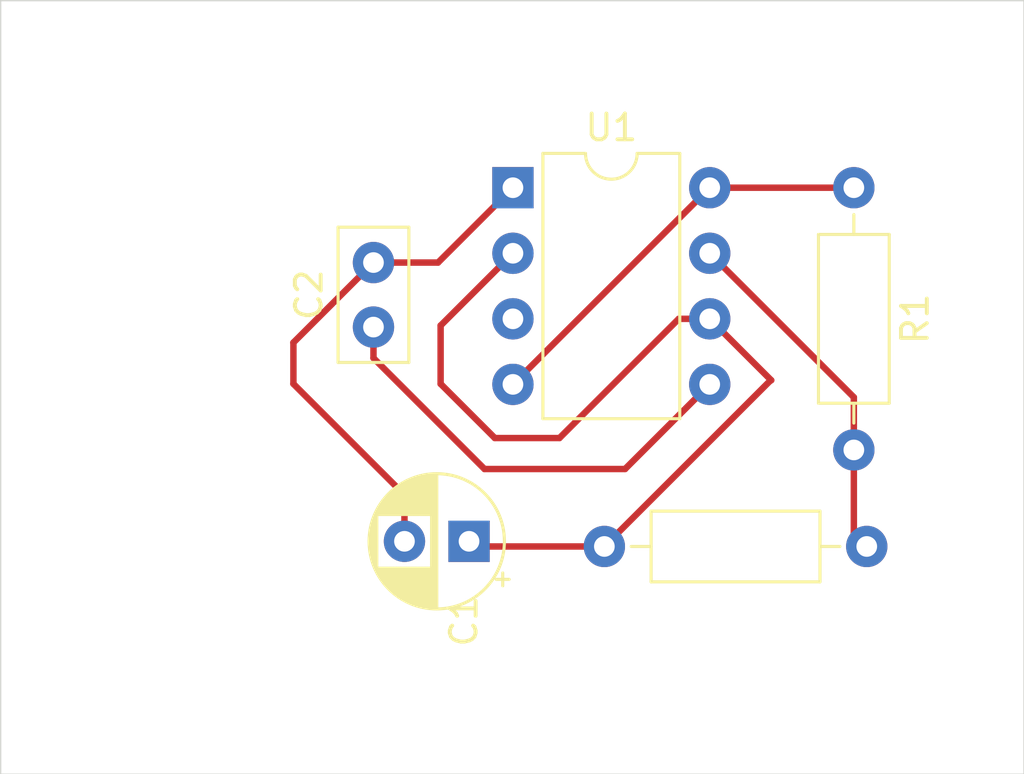
<source format=kicad_pcb>
(kicad_pcb (version 20211014) (generator pcbnew)
  (layers (0 "F.Cu" signal) (31 "B.Cu" signal) (34 "B.Paste" user) (35 "F.Paste" user) (36 "B.SilkS" user "B.Silkscreen") (37 "F.SilkS" user "F.Silkscreen") (38 "B.Mask" user) (39 "F.Mask" user) (44 "Edge.Cuts" user))
  (net 0 "")
  (net 1 "GND")
  (net 2 "Net-(C1-Pad1)")
  (net 3 "VCC")
  (net 4 "Net-(R1-Pad2)")
  (net 5 "Net-(C2-Pad1)")
  (net 6 "Net-(J1-Pad3)")
  (footprint "Package_DIP:DIP-8_W7.62mm" (layer "F.Cu") (at 201.7 105.8)
    (fp_text reference "U1" (at 3.81 -2.33) (layer "F.SilkS"))
    (fp_text value "LM555xN")
    (fp_line (start 6.46 8.95) (end 6.46 -1.33) (layer "F.SilkS") (width 0.12))
    (fp_line (start 2.81 -1.33) (end 1.16 -1.33) (layer "F.SilkS") (width 0.12))
    (fp_line (start 1.16 -1.33) (end 1.16 8.95) (layer "F.SilkS") (width 0.12))
    (fp_line (start 6.46 -1.33) (end 4.81 -1.33) (layer "F.SilkS") (width 0.12))
    (fp_line (start 1.16 8.95) (end 6.46 8.95) (layer "F.SilkS") (width 0.12))
    (fp_arc (start 4.81 -1.33) (mid 3.81 -0.33) (end 2.81 -1.33) (layer "F.SilkS") (width 0.12))
    (pad "1" thru_hole rect locked (at 0 0) (size 1.6 1.6) (drill 0.8) (layers *.Cu *.Mask) (net 1 "GND"))
    (pad "2" thru_hole oval locked (at 0 2.54) (size 1.6 1.6) (drill 0.8) (layers *.Cu *.Mask) (net 2 "Net-(C1-Pad1)"))
    (pad "3" thru_hole oval locked (at 0 5.08) (size 1.6 1.6) (drill 0.8) (layers *.Cu *.Mask) (net 6 "Net-(J1-Pad3)"))
    (pad "4" thru_hole oval locked (at 0 7.62) (size 1.6 1.6) (drill 0.8) (layers *.Cu *.Mask) (net 3 "VCC"))
    (pad "5" thru_hole oval locked (at 7.62 7.62) (size 1.6 1.6) (drill 0.8) (layers *.Cu *.Mask) (net 5 "Net-(C2-Pad1)"))
    (pad "6" thru_hole oval locked (at 7.62 5.08) (size 1.6 1.6) (drill 0.8) (layers *.Cu *.Mask) (net 2 "Net-(C1-Pad1)"))
    (pad "7" thru_hole oval locked (at 7.62 2.54) (size 1.6 1.6) (drill 0.8) (layers *.Cu *.Mask) (net 4 "Net-(R1-Pad2)"))
    (pad "8" thru_hole oval locked (at 7.62 0) (size 1.6 1.6) (drill 0.8) (layers *.Cu *.Mask) (net 3 "VCC"))
  )
  (footprint "Resistor_THT:R_Axial_DIN0207_L6.3mm_D2.5mm_P10.16mm_Horizontal" (layer "F.Cu") (at 215.4 119.7 180)
    (fp_text reference "R2" hide)
    (fp_text value "R" hide)
    (fp_line (start 8.35 1.37) (end 8.35 -1.37) (layer "F.SilkS") (width 0.12))
    (fp_line (start 1.81 -1.37) (end 1.81 1.37) (layer "F.SilkS") (width 0.12))
    (fp_line (start 8.35 -1.37) (end 1.81 -1.37) (layer "F.SilkS") (width 0.12))
    (fp_line (start 1.81 1.37) (end 8.35 1.37) (layer "F.SilkS") (width 0.12))
    (fp_line (start 1.04 0) (end 1.81 0) (layer "F.SilkS") (width 0.12))
    (fp_line (start 9.12 0) (end 8.35 0) (layer "F.SilkS") (width 0.12))
    (pad "1" thru_hole circle locked (at 0 0 180) (size 1.6 1.6) (drill 0.8) (layers *.Cu *.Mask) (net 4 "Net-(R1-Pad2)"))
    (pad "2" thru_hole oval locked (at 10.16 0 180) (size 1.6 1.6) (drill 0.8) (layers *.Cu *.Mask) (net 2 "Net-(C1-Pad1)"))
  )
  (footprint "Resistor_THT:R_Axial_DIN0207_L6.3mm_D2.5mm_P10.16mm_Horizontal" (layer "F.Cu") (at 214.9 105.8 -90)
    (fp_text reference "R1" (at 5.08 -2.37 90) (layer "F.SilkS"))
    (fp_text value "R")
    (fp_line (start 9.12 0) (end 8.35 0) (layer "F.SilkS") (width 0.12))
    (fp_line (start 8.35 -1.37) (end 1.81 -1.37) (layer "F.SilkS") (width 0.12))
    (fp_line (start 1.04 0) (end 1.81 0) (layer "F.SilkS") (width 0.12))
    (fp_line (start 8.35 1.37) (end 8.35 -1.37) (layer "F.SilkS") (width 0.12))
    (fp_line (start 1.81 -1.37) (end 1.81 1.37) (layer "F.SilkS") (width 0.12))
    (fp_line (start 1.81 1.37) (end 8.35 1.37) (layer "F.SilkS") (width 0.12))
    (pad "1" thru_hole circle locked (at 0 0 270) (size 1.6 1.6) (drill 0.8) (layers *.Cu *.Mask) (net 3 "VCC"))
    (pad "2" thru_hole oval locked (at 10.16 0 270) (size 1.6 1.6) (drill 0.8) (layers *.Cu *.Mask) (net 4 "Net-(R1-Pad2)"))
  )
  (footprint "Capacitor_THT:C_Disc_D5.0mm_W2.5mm_P2.50mm" (layer "F.Cu") (at 196.3 111.2 90)
    (fp_text reference "C2" (at 1.25 -2.5 90) (layer "F.SilkS"))
    (fp_text value "C")
    (fp_line (start -1.37 -1.37) (end -1.37 1.37) (layer "F.SilkS") (width 0.12))
    (fp_line (start -1.37 1.37) (end 3.87 1.37) (layer "F.SilkS") (width 0.12))
    (fp_line (start -1.37 -1.37) (end 3.87 -1.37) (layer "F.SilkS") (width 0.12))
    (fp_line (start 3.87 -1.37) (end 3.87 1.37) (layer "F.SilkS") (width 0.12))
    (pad "1" thru_hole circle locked (at 0 0 90) (size 1.6 1.6) (drill 0.8) (layers *.Cu *.Mask) (net 5 "Net-(C2-Pad1)"))
    (pad "2" thru_hole circle locked (at 2.5 0 90) (size 1.6 1.6) (drill 0.8) (layers *.Cu *.Mask) (net 1 "GND"))
  )
  (footprint "Capacitor_THT:CP_Radial_D5.0mm_P2.50mm" (layer "F.Cu") (at 200 119.5 180)
    (fp_text reference "C1" (at 0.2 -3.1 270) (layer "F.SilkS"))
    (fp_text value "C")
    (fp_line (start 3.331 -1.554) (end 3.331 -1.04) (layer "F.SilkS") (width 0.12))
    (fp_line (start 1.53 -2.565) (end 1.53 -1.04) (layer "F.SilkS") (width 0.12))
    (fp_line (start 3.171 -1.743) (end 3.171 -1.04) (layer "F.SilkS") (width 0.12))
    (fp_line (start 1.57 1.04) (end 1.57 2.561) (layer "F.SilkS") (width 0.12))
    (fp_line (start 3.251 1.04) (end 3.251 1.653) (layer "F.SilkS") (width 0.12))
    (fp_line (start -1.554775 -1.475) (end -1.054775 -1.475) (layer "F.SilkS") (width 0.12))
    (fp_line (start 1.73 1.04) (end 1.73 2.536) (layer "F.SilkS") (width 0.12))
    (fp_line (start 1.61 1.04) (end 1.61 2.556) (layer "F.SilkS") (width 0.12))
    (fp_line (start 2.491 1.04) (end 2.491 2.268) (layer "F.SilkS") (width 0.12))
    (fp_line (start 3.571 -1.178) (end 3.571 1.178) (layer "F.SilkS") (width 0.12))
    (fp_line (start 1.85 1.04) (end 1.85 2.511) (layer "F.SilkS") (width 0.12))
    (fp_line (start 3.691 -0.915) (end 3.691 0.915) (layer "F.SilkS") (width 0.12))
    (fp_line (start 2.971 1.04) (end 2.971 1.937) (layer "F.SilkS") (width 0.12))
    (fp_line (start 3.211 -1.699) (end 3.211 -1.04) (layer "F.SilkS") (width 0.12))
    (fp_line (start 1.73 -2.536) (end 1.73 -1.04) (layer "F.SilkS") (width 0.12))
    (fp_line (start 1.65 -2.55) (end 1.65 -1.04) (layer "F.SilkS") (width 0.12))
    (fp_line (start 3.091 -1.826) (end 3.091 -1.04) (layer "F.SilkS") (width 0.12))
    (fp_line (start -1.304775 -1.725) (end -1.304775 -1.225) (layer "F.SilkS") (width 0.12))
    (fp_line (start 2.211 -2.398) (end 2.211 -1.04) (layer "F.SilkS") (width 0.12))
    (fp_line (start 2.851 1.04) (end 2.851 2.035) (layer "F.SilkS") (width 0.12))
    (fp_line (start 3.651 -1.011) (end 3.651 1.011) (layer "F.SilkS") (width 0.12))
    (fp_line (start 1.49 -2.569) (end 1.49 -1.04) (layer "F.SilkS") (width 0.12))
    (fp_line (start 1.29 -2.58) (end 1.29 2.58) (layer "F.SilkS") (width 0.12))
    (fp_line (start 2.131 -2.428) (end 2.131 -1.04) (layer "F.SilkS") (width 0.12))
    (fp_line (start 2.171 -2.414) (end 2.171 -1.04) (layer "F.SilkS") (width 0.12))
    (fp_line (start 3.011 1.04) (end 3.011 1.901) (layer "F.SilkS") (width 0.12))
    (fp_line (start 2.251 -2.382) (end 2.251 -1.04) (layer "F.SilkS") (width 0.12))
    (fp_line (start 1.57 -2.561) (end 1.57 -1.04) (layer "F.SilkS") (width 0.12))
    (fp_line (start 3.051 1.04) (end 3.051 1.864) (layer "F.SilkS") (width 0.12))
    (fp_line (start 2.651 1.04) (end 2.651 2.175) (layer "F.SilkS") (width 0.12))
    (fp_line (start 2.331 -2.348) (end 2.331 -1.04) (layer "F.SilkS") (width 0.12))
    (fp_line (start 2.931 -1.971) (end 2.931 -1.04) (layer "F.SilkS") (width 0.12))
    (fp_line (start 2.411 1.04) (end 2.411 2.31) (layer "F.SilkS") (width 0.12))
    (fp_line (start 1.85 -2.511) (end 1.85 -1.04) (layer "F.SilkS") (width 0.12))
    (fp_line (start 3.531 -1.251) (end 3.531 -1.04) (layer "F.SilkS") (width 0.12))
    (fp_line (start 1.41 -2.576) (end 1.41 2.576) (layer "F.SilkS") (width 0.12))
    (fp_line (start 3.371 1.04) (end 3.371 1.5) (layer "F.SilkS") (width 0.12))
    (fp_line (start 2.371 -2.329) (end 2.371 -1.04) (layer "F.SilkS") (width 0.12))
    (fp_line (start 2.091 1.04) (end 2.091 2.442) (layer "F.SilkS") (width 0.12))
    (fp_line (start 2.051 1.04) (end 2.051 2.455) (layer "F.SilkS") (width 0.12))
    (fp_line (start 2.491 -2.268) (end 2.491 -1.04) (layer "F.SilkS") (width 0.12))
    (fp_line (start 3.811 -0.518) (end 3.811 0.518) (layer "F.SilkS") (width 0.12))
    (fp_line (start 3.411 1.04) (end 3.411 1.443) (layer "F.SilkS") (width 0.12))
    (fp_line (start 2.691 -2.149) (end 2.691 -1.04) (layer "F.SilkS") (width 0.12))
    (fp_line (start 1.971 -2.48) (end 1.971 -1.04) (layer "F.SilkS") (width 0.12))
    (fp_line (start 2.731 1.04) (end 2.731 2.122) (layer "F.SilkS") (width 0.12))
    (fp_line (start 2.291 -2.365) (end 2.291 -1.04) (layer "F.SilkS") (width 0.12))
    (fp_line (start 3.051 -1.864) (end 3.051 -1.04) (layer "F.SilkS") (width 0.12))
    (fp_line (start 3.331 1.04) (end 3.331 1.554) (layer "F.SilkS") (width 0.12))
    (fp_line (start 1.93 -2.491) (end 1.93 -1.04) (layer "F.SilkS") (width 0.12))
    (fp_line (start 2.611 -2.2) (end 2.611 -1.04) (layer "F.SilkS") (width 0.12))
    (fp_line (start 1.93 1.04) (end 1.93 2.491) (layer "F.SilkS") (width 0.12))
    (fp_line (start 2.811 1.04) (end 2.811 2.065) (layer "F.SilkS") (width 0.12))
    (fp_line (start 1.77 -2.528) (end 1.77 -1.04) (layer "F.SilkS") (width 0.12))
    (fp_line (start 1.89 -2.501) (end 1.89 -1.04) (layer "F.SilkS") (width 0.12))
    (fp_line (start 2.531 -2.247) (end 2.531 -1.04) (layer "F.SilkS") (width 0.12))
    (fp_line (start 2.531 1.04) (end 2.531 2.247) (layer "F.SilkS") (width 0.12))
    (fp_line (start 2.251 1.04) (end 2.251 2.382) (layer "F.SilkS") (width 0.12))
    (fp_line (start 2.411 -2.31) (end 2.411 -1.04) (layer "F.SilkS") (width 0.12))
    (fp_line (start 2.851 -2.035) (end 2.851 -1.04) (layer "F.SilkS") (width 0.12))
    (fp_line (start 1.77 1.04) (end 1.77 2.528) (layer "F.SilkS") (width 0.12))
    (fp_line (start 3.211 1.04) (end 3.211 1.699) (layer "F.SilkS") (width 0.12))
    (fp_line (start 3.131 1.04) (end 3.131 1.785) (layer "F.SilkS") (width 0.12))
    (fp_line (start 3.611 -1.098) (end 3.611 1.098) (layer "F.SilkS") (width 0.12))
    (fp_line (start 2.131 1.04) (end 2.131 2.428) (layer "F.SilkS") (width 0.12))
    (fp_line (start 3.531 1.04) (end 3.531 1.251) (layer "F.SilkS") (width 0.12))
    (fp_line (start 1.65 1.04) (end 1.65 2.55) (layer "F.SilkS") (width 0.12))
    (fp_line (start 1.45 -2.573) (end 1.45 2.573) (layer "F.SilkS") (width 0.12))
    (fp_line (start 2.891 -2.004) (end 2.891 -1.04) (layer "F.SilkS") (width 0.12))
    (fp_line (start 2.811 -2.065) (end 2.811 -1.04) (layer "F.SilkS") (width 0.12))
    (fp_line (start 1.33 -2.579) (end 1.33 2.579) (layer "F.SilkS") (width 0.12))
    (fp_line (start 3.451 1.04) (end 3.451 1.383) (layer "F.SilkS") (width 0.12))
    (fp_line (start 2.891 1.04) (end 2.891 2.004) (layer "F.SilkS") (width 0.12))
    (fp_line (start 3.451 -1.383) (end 3.451 -1.04) (layer "F.SilkS") (width 0.12))
    (fp_line (start 3.011 -1.901) (end 3.011 -1.04) (layer "F.SilkS") (width 0.12))
    (fp_line (start 1.49 1.04) (end 1.49 2.569) (layer "F.SilkS") (width 0.12))
    (fp_line (start 2.051 -2.455) (end 2.051 -1.04) (layer "F.SilkS") (width 0.12))
    (fp_line (start 2.011 1.04) (end 2.011 2.468) (layer "F.SilkS") (width 0.12))
    (fp_line (start 2.971 -1.937) (end 2.971 -1.04) (layer "F.SilkS") (width 0.12))
    (fp_line (start 2.931 1.04) (end 2.931 1.971) (layer "F.SilkS") (width 0.12))
    (fp_line (start 3.371 -1.5) (end 3.371 -1.04) (layer "F.SilkS") (width 0.12))
    (fp_line (start 1.37 -2.578) (end 1.37 2.578) (layer "F.SilkS") (width 0.12))
    (fp_line (start 2.091 -2.442) (end 2.091 -1.04) (layer "F.SilkS") (width 0.12))
    (fp_line (start 2.691 1.04) (end 2.691 2.149) (layer "F.SilkS") (width 0.12))
    (fp_line (start 1.89 1.04) (end 1.89 2.501) (layer "F.SilkS") (width 0.12))
    (fp_line (start 3.251 -1.653) (end 3.251 -1.04) (layer "F.SilkS") (width 0.12))
    (fp_line (start 3.131 -1.785) (end 3.131 -1.04) (layer "F.SilkS") (width 0.12))
    (fp_line (start 3.731 -0.805) (end 3.731 0.805) (layer "F.SilkS") (width 0.12))
    (fp_line (start 2.651 -2.175) (end 2.651 -1.04) (layer "F.SilkS") (width 0.12))
    (fp_line (start 2.451 -2.29) (end 2.451 -1.04) (layer "F.SilkS") (width 0.12))
    (fp_line (start 2.011 -2.468) (end 2.011 -1.04) (layer "F.SilkS") (width 0.12))
    (fp_line (start 2.771 1.04) (end 2.771 2.095) (layer "F.SilkS") (width 0.12))
    (fp_line (start 1.69 -2.543) (end 1.69 -1.04) (layer "F.SilkS") (width 0.12))
    (fp_line (start 3.411 -1.443) (end 3.411 -1.04) (layer "F.SilkS") (width 0.12))
    (fp_line (start 2.211 1.04) (end 2.211 2.398) (layer "F.SilkS") (width 0.12))
    (fp_line (start 1.69 1.04) (end 1.69 2.543) (layer "F.SilkS") (width 0.12))
    (fp_line (start 3.491 -1.319) (end 3.491 -1.04) (layer "F.SilkS") (width 0.12))
    (fp_line (start 3.291 1.04) (end 3.291 1.605) (layer "F.SilkS") (width 0.12))
    (fp_line (start 3.291 -1.605) (end 3.291 -1.04) (layer "F.SilkS") (width 0.12))
    (fp_line (start 1.53 1.04) (end 1.53 2.565) (layer "F.SilkS") (width 0.12))
    (fp_line (start 2.171 1.04) (end 2.171 2.414) (layer "F.SilkS") (width 0.12))
    (fp_line (start 2.731 -2.122) (end 2.731 -1.04) (layer "F.SilkS") (width 0.12))
    (fp_line (start 3.171 1.04) (end 3.171 1.743) (layer "F.SilkS") (width 0.12))
    (fp_line (start 3.851 -0.284) (end 3.851 0.284) (layer "F.SilkS") (width 0.12))
    (fp_line (start 2.571 -2.224) (end 2.571 -1.04) (layer "F.SilkS") (width 0.12))
    (fp_line (start 2.371 1.04) (end 2.371 2.329) (layer "F.SilkS") (width 0.12))
    (fp_line (start 2.571 1.04) (end 2.571 2.224) (layer "F.SilkS") (width 0.12))
    (fp_line (start 1.25 -2.58) (end 1.25 2.58) (layer "F.SilkS") (width 0.12))
    (fp_line (start 3.491 1.04) (end 3.491 1.319) (layer "F.SilkS") (width 0.12))
    (fp_line (start 2.771 -2.095) (end 2.771 -1.04) (layer "F.SilkS") (width 0.12))
    (fp_line (start 2.291 1.04) (end 2.291 2.365) (layer "F.SilkS") (width 0.12))
    (fp_line (start 2.331 1.04) (end 2.331 2.348) (layer "F.SilkS") (width 0.12))
    (fp_line (start 1.971 1.04) (end 1.971 2.48) (layer "F.SilkS") (width 0.12))
    (fp_line (start 2.611 1.04) (end 2.611 2.2) (layer "F.SilkS") (width 0.12))
    (fp_line (start 3.091 1.04) (end 3.091 1.826) (layer "F.SilkS") (width 0.12))
    (fp_line (start 2.451 1.04) (end 2.451 2.29) (layer "F.SilkS") (width 0.12))
    (fp_line (start 1.81 1.04) (end 1.81 2.52) (layer "F.SilkS") (width 0.12))
    (fp_line (start 3.771 -0.677) (end 3.771 0.677) (layer "F.SilkS") (width 0.12))
    (fp_line (start 1.81 -2.52) (end 1.81 -1.04) (layer "F.SilkS") (width 0.12))
    (fp_line (start 1.61 -2.556) (end 1.61 -1.04) (layer "F.SilkS") (width 0.12))
    (fp_circle (center 1.25 0) (end 3.87 0) (layer "F.SilkS") (width 0.12) (fill none))
    (pad "1" thru_hole rect locked (at 0 0 180) (size 1.6 1.6) (drill 0.8) (layers *.Cu *.Mask) (net 2 "Net-(C1-Pad1)"))
    (pad "2" thru_hole circle locked (at 2.5 0 180) (size 1.6 1.6) (drill 0.8) (layers *.Cu *.Mask) (net 1 "GND"))
  )
  (gr_line (start 181.864 128.524) (end 181.864 98.552) (layer "Edge.Cuts") (width 0.05))
  (gr_line (start 221.488 128.524) (end 181.864 128.524) (layer "Edge.Cuts") (width 0.05))
  (gr_line (start 181.864 98.552) (end 221.488 98.552) (layer "Edge.Cuts") (width 0.05))
  (gr_line (start 221.488 98.552) (end 221.488 128.524) (layer "Edge.Cuts") (width 0.05))
  (segment (start 198.8 108.7) (end 201.7 105.8) (width 0.25) (layer "F.Cu") (net 1))
  (segment (start 193.2 113.4) (end 193.2 111.8) (width 0.25) (layer "F.Cu") (net 1))
  (segment (start 197.5 119.5) (end 197.5 117.7) (width 0.25) (layer "F.Cu") (net 1))
  (segment (start 197.5 117.7) (end 193.2 113.4) (width 0.25) (layer "F.Cu") (net 1))
  (segment (start 193.2 111.8) (end 196.3 108.7) (width 0.25) (layer "F.Cu") (net 1))
  (segment (start 196.3 108.7) (end 198.8 108.7) (width 0.25) (layer "F.Cu") (net 1))
  (segment (start 198.9 111.14) (end 201.7 108.34) (width 0.25) (layer "F.Cu") (net 2))
  (segment (start 198.9 113.4) (end 198.9 111.14) (width 0.25) (layer "F.Cu") (net 2))
  (segment (start 209.32 110.88) (end 211.7 113.26) (width 0.25) (layer "F.Cu") (net 2))
  (segment (start 203.5 115.5) (end 201 115.5) (width 0.25) (layer "F.Cu") (net 2))
  (segment (start 205.24 119.7) (end 200.2 119.7) (width 0.25) (layer "F.Cu") (net 2))
  (segment (start 201 115.5) (end 198.9 113.4) (width 0.25) (layer "F.Cu") (net 2))
  (segment (start 209.32 110.88) (end 208.12 110.88) (width 0.25) (layer "F.Cu") (net 2))
  (segment (start 200.2 119.7) (end 200 119.5) (width 0.25) (layer "F.Cu") (net 2))
  (segment (start 211.7 113.26) (end 211.68 113.26) (width 0.25) (layer "F.Cu") (net 2))
  (segment (start 208.12 110.88) (end 203.5 115.5) (width 0.25) (layer "F.Cu") (net 2))
  (segment (start 211.68 113.26) (end 205.24 119.7) (width 0.25) (layer "F.Cu") (net 2))
  (segment (start 209.32 105.8) (end 214.9 105.8) (width 0.25) (layer "F.Cu") (net 3))
  (segment (start 201.7 113.42) (end 209.32 105.8) (width 0.25) (layer "F.Cu") (net 3))
  (segment (start 209.32 108.34) (end 214.9 113.92) (width 0.25) (layer "F.Cu") (net 4))
  (segment (start 214.9 115.96) (end 214.9 119.2) (width 0.25) (layer "F.Cu") (net 4))
  (segment (start 214.9 113.92) (end 214.9 115.96) (width 0.25) (layer "F.Cu") (net 4))
  (segment (start 214.9 119.2) (end 215.4 119.7) (width 0.25) (layer "F.Cu") (net 4))
  (segment (start 206.04 116.7) (end 209.32 113.42) (width 0.25) (layer "F.Cu") (net 5))
  (segment (start 200.6 116.7) (end 206.04 116.7) (width 0.25) (layer "F.Cu") (net 5))
  (segment (start 196.3 112.4) (end 200.6 116.7) (width 0.25) (layer "F.Cu") (net 5))
  (segment (start 196.3 111.2) (end 196.3 112.4) (width 0.25) (layer "F.Cu") (net 5))
)
</source>
